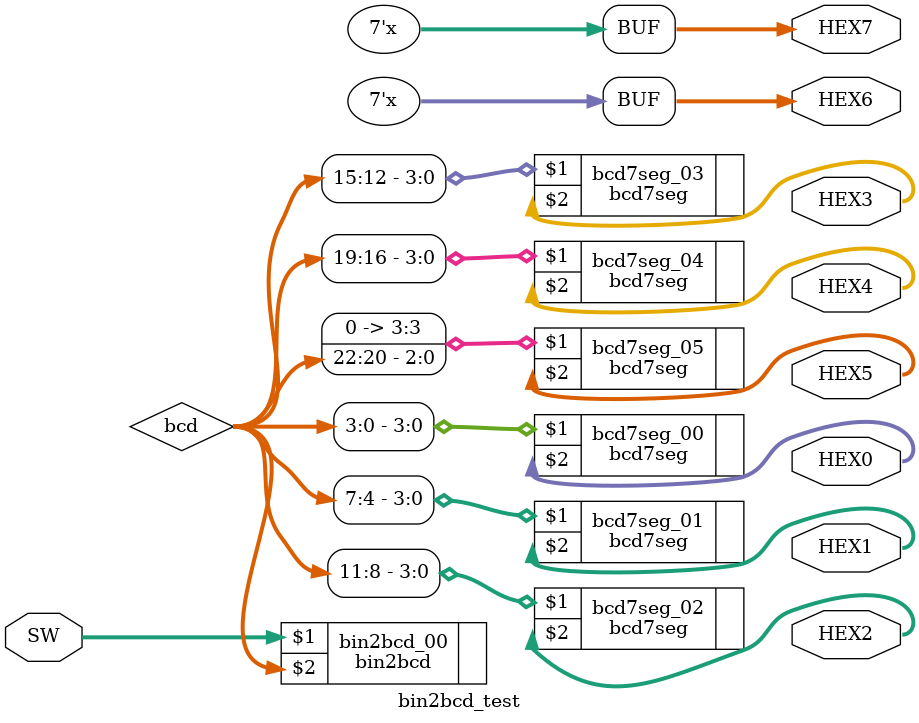
<source format=v>


module bin2bcd_test(
  input  [17:0] SW  , // switches
  output [6 :0] HEX0, // 7-segment #0
  output [6 :0] HEX1, // 7-segment #1
  output [6 :0] HEX2, // 7-segment #2
  output [6 :0] HEX3, // 7-segment #3
  output [6 :0] HEX4, // 7-segment #4
  output [6 :0] HEX5, // 7-segment #5
  output [6 :0] HEX6, // 7-segment #6
  output [6 :0] HEX7  // 7-segment #7
);

  wire [22:0] bcd;
  bin2bcd #(18) bin2bcd_00 (SW,bcd);
  bcd7seg bcd7seg_00 (      bcd[3 :0 ] ,HEX0);
  bcd7seg bcd7seg_01 (      bcd[7 :4 ] ,HEX1);
  bcd7seg bcd7seg_02 (      bcd[11:8 ] ,HEX2); 
  bcd7seg bcd7seg_03 (      bcd[15:12] ,HEX3);
  bcd7seg bcd7seg_04 (      bcd[19:16] ,HEX4);
  bcd7seg bcd7seg_05 ({1'b0,bcd[22:20]},HEX5);
  assign {HEX6,HEX7}={14{1'bz}};

endmodule

</source>
